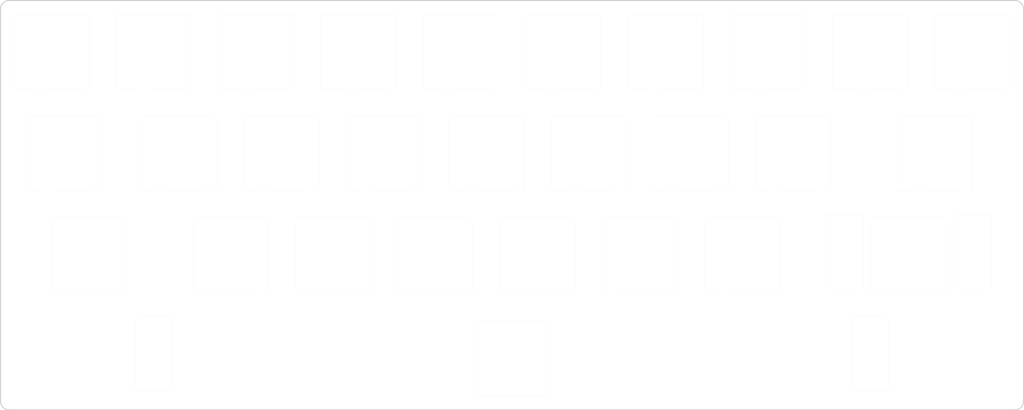
<source format=kicad_pcb>
(kicad_pcb (version 20211014) (generator pcbnew)
  (title_block (title "Sketchy Sketchy PCB") (date "2022-02-04") (rev "1") (company "dcpedit"))
  (layers (0 "F.Cu" signal) (31 "B.Cu" signal) (34 "B.Paste" user) (35 "F.Paste" user) (36 "B.SilkS" user "B.Silkscreen") (37 "F.SilkS" user "F.Silkscreen") (38 "B.Mask" user) (39 "F.Mask" user) (44 "Edge.Cuts" user))
  (net 0 "")
  (footprint "acheron_MX_PlateSlots:MX175" (layer "F.Cu") (at 236.5375 68.2625)
    (fp_text reference "REF**")
    (fp_text value "MX175")
    (fp_line (start -7 -6.5) (end -7 6.490924) (layer "Edge.Cuts") (width 0.010007))
    (fp_line (start -6.5 -7) (end 6.5 -7) (layer "Edge.Cuts") (width 0.010007))
    (fp_line (start -6.5 6.990924) (end 6.5 7) (layer "Edge.Cuts") (width 0.010007))
    (fp_line (start 7 -6.5) (end 7 6.5) (layer "Edge.Cuts") (width 0.010007))
    (fp_arc (start 6.5 -7) (mid 6.853553 -6.853553) (end 7 -6.5) (layer "Edge.Cuts") (width 0.010007))
    (fp_arc (start -7 -6.5) (mid -6.853553 -6.853553) (end -6.5 -7) (layer "Edge.Cuts") (width 0.010007))
    (fp_arc (start -6.5 6.990924) (mid -6.853553 6.844477) (end -7 6.490924) (layer "Edge.Cuts") (width 0.010007))
    (fp_arc (start 7 6.5) (mid 6.853553 6.853553) (end 6.5 7) (layer "Edge.Cuts") (width 0.010007))
  )
  (footprint "acheron_MX_PlateSlots:MX125" (layer "F.Cu") (at 74.6125 68.2625)
    (fp_text reference "REF**")
    (fp_text value "MX125")
    (fp_line (start -6.5 -7) (end 6.5 -7) (layer "Edge.Cuts") (width 0.010007))
    (fp_line (start -7 -6.5) (end -7 6.490924) (layer "Edge.Cuts") (width 0.010007))
    (fp_line (start -6.5 6.990924) (end 6.5 7) (layer "Edge.Cuts") (width 0.010007))
    (fp_line (start 7 -6.5) (end 7 6.5) (layer "Edge.Cuts") (width 0.010007))
    (fp_arc (start -6.5 6.990924) (mid -6.853553 6.844477) (end -7 6.490924) (layer "Edge.Cuts") (width 0.010007))
    (fp_arc (start 7 6.5) (mid 6.853553 6.853553) (end 6.5 7) (layer "Edge.Cuts") (width 0.010007))
    (fp_arc (start -7 -6.5) (mid -6.853553 -6.853553) (end -6.5 -7) (layer "Edge.Cuts") (width 0.010007))
    (fp_arc (start 6.5 -7) (mid 6.853553 -6.853553) (end 7 -6.5) (layer "Edge.Cuts") (width 0.010007))
  )
  (footprint "acheron_MX_PlateSlots:MX100" (layer "F.Cu") (at 210.34375 68.2625)
    (fp_text reference "REF**")
    (fp_text value "MX100")
    (fp_line (start -6.5 -7) (end 6.5 -7) (layer "Edge.Cuts") (width 0.010007))
    (fp_line (start 7 -6.5) (end 7 6.5) (layer "Edge.Cuts") (width 0.010007))
    (fp_line (start -7 -6.5) (end -7 6.490924) (layer "Edge.Cuts") (width 0.010007))
    (fp_line (start -6.5 6.990924) (end 6.5 7) (layer "Edge.Cuts") (width 0.010007))
    (fp_arc (start 7 6.5) (mid 6.853553 6.853553) (end 6.5 7) (layer "Edge.Cuts") (width 0.010007))
    (fp_arc (start 6.5 -7) (mid 6.853553 -6.853553) (end 7 -6.5) (layer "Edge.Cuts") (width 0.010007))
    (fp_arc (start -6.5 6.990924) (mid -6.853553 6.844477) (end -7 6.490924) (layer "Edge.Cuts") (width 0.010007))
    (fp_arc (start -7 -6.5) (mid -6.853553 -6.853553) (end -6.5 -7) (layer "Edge.Cuts") (width 0.010007))
  )
  (footprint "acheron_MX_PlateSlots:MX100" (layer "F.Cu") (at 172.24375 68.2625)
    (fp_text reference "REF**")
    (fp_text value "MX100")
    (fp_line (start -6.5 6.990924) (end 6.5 7) (layer "Edge.Cuts") (width 0.010007))
    (fp_line (start 7 -6.5) (end 7 6.5) (layer "Edge.Cuts") (width 0.010007))
    (fp_line (start -7 -6.5) (end -7 6.490924) (layer "Edge.Cuts") (width 0.010007))
    (fp_line (start -6.5 -7) (end 6.5 -7) (layer "Edge.Cuts") (width 0.010007))
    (fp_arc (start -7 -6.5) (mid -6.853553 -6.853553) (end -6.5 -7) (layer "Edge.Cuts") (width 0.010007))
    (fp_arc (start 7 6.5) (mid 6.853553 6.853553) (end 6.5 7) (layer "Edge.Cuts") (width 0.010007))
    (fp_arc (start -6.5 6.990924) (mid -6.853553 6.844477) (end -7 6.490924) (layer "Edge.Cuts") (width 0.010007))
    (fp_arc (start 6.5 -7) (mid 6.853553 -6.853553) (end 7 -6.5) (layer "Edge.Cuts") (width 0.010007))
  )
  (footprint "acheron_MX_PlateSlots:MX100" (layer "F.Cu") (at 153.19375 68.2625)
    (fp_text reference "REF**")
    (fp_text value "MX100")
    (fp_line (start 7 -6.5) (end 7 6.5) (layer "Edge.Cuts") (width 0.010007))
    (fp_line (start -6.5 6.990924) (end 6.5 7) (layer "Edge.Cuts") (width 0.010007))
    (fp_line (start -7 -6.5) (end -7 6.490924) (layer "Edge.Cuts") (width 0.010007))
    (fp_line (start -6.5 -7) (end 6.5 -7) (layer "Edge.Cuts") (width 0.010007))
    (fp_arc (start -6.5 6.990924) (mid -6.853553 6.844477) (end -7 6.490924) (layer "Edge.Cuts") (width 0.010007))
    (fp_arc (start -7 -6.5) (mid -6.853553 -6.853553) (end -6.5 -7) (layer "Edge.Cuts") (width 0.010007))
    (fp_arc (start 6.5 -7) (mid 6.853553 -6.853553) (end 7 -6.5) (layer "Edge.Cuts") (width 0.010007))
    (fp_arc (start 7 6.5) (mid 6.853553 6.853553) (end 6.5 7) (layer "Edge.Cuts") (width 0.010007))
  )
  (footprint "acheron_MX_PlateSlots:MX100" (layer "F.Cu") (at 115.09375 68.2625)
    (fp_text reference "REF**")
    (fp_text value "MX100")
    (fp_line (start -6.5 -7) (end 6.5 -7) (layer "Edge.Cuts") (width 0.010007))
    (fp_line (start 7 -6.5) (end 7 6.5) (layer "Edge.Cuts") (width 0.010007))
    (fp_line (start -7 -6.5) (end -7 6.490924) (layer "Edge.Cuts") (width 0.010007))
    (fp_line (start -6.5 6.990924) (end 6.5 7) (layer "Edge.Cuts") (width 0.010007))
    (fp_arc (start 7 6.5) (mid 6.853553 6.853553) (end 6.5 7) (layer "Edge.Cuts") (width 0.010007))
    (fp_arc (start 6.5 -7) (mid 6.853553 -6.853553) (end 7 -6.5) (layer "Edge.Cuts") (width 0.010007))
    (fp_arc (start -6.5 6.990924) (mid -6.853553 6.844477) (end -7 6.490924) (layer "Edge.Cuts") (width 0.010007))
    (fp_arc (start -7 -6.5) (mid -6.853553 -6.853553) (end -6.5 -7) (layer "Edge.Cuts") (width 0.010007))
  )
  (footprint "acheron_MX_PlateSlots:MX100" (layer "F.Cu") (at 191.29375 68.2625)
    (fp_text reference "REF**")
    (fp_text value "MX100")
    (fp_line (start -7 -6.5) (end -7 6.490924) (layer "Edge.Cuts") (width 0.010007))
    (fp_line (start 7 -6.5) (end 7 6.5) (layer "Edge.Cuts") (width 0.010007))
    (fp_line (start -6.5 -7) (end 6.5 -7) (layer "Edge.Cuts") (width 0.010007))
    (fp_line (start -6.5 6.990924) (end 6.5 7) (layer "Edge.Cuts") (width 0.010007))
    (fp_arc (start 7 6.5) (mid 6.853553 6.853553) (end 6.5 7) (layer "Edge.Cuts") (width 0.010007))
    (fp_arc (start -6.5 6.990924) (mid -6.853553 6.844477) (end -7 6.490924) (layer "Edge.Cuts") (width 0.010007))
    (fp_arc (start 6.5 -7) (mid 6.853553 -6.853553) (end 7 -6.5) (layer "Edge.Cuts") (width 0.010007))
    (fp_arc (start -7 -6.5) (mid -6.853553 -6.853553) (end -6.5 -7) (layer "Edge.Cuts") (width 0.010007))
  )
  (footprint "acheron_MX_PlateSlots:MX100" (layer "F.Cu") (at 124.61875 87.3125)
    (fp_text reference "REF**")
    (fp_text value "MX100")
    (fp_line (start -6.5 -7) (end 6.5 -7) (layer "Edge.Cuts") (width 0.010007))
    (fp_line (start 7 -6.5) (end 7 6.5) (layer "Edge.Cuts") (width 0.010007))
    (fp_line (start -7 -6.5) (end -7 6.490924) (layer "Edge.Cuts") (width 0.010007))
    (fp_line (start -6.5 6.990924) (end 6.5 7) (layer "Edge.Cuts") (width 0.010007))
    (fp_arc (start 7 6.5) (mid 6.853553 6.853553) (end 6.5 7) (layer "Edge.Cuts") (width 0.010007))
    (fp_arc (start 6.5 -7) (mid 6.853553 -6.853553) (end 7 -6.5) (layer "Edge.Cuts") (width 0.010007))
    (fp_arc (start -6.5 6.990924) (mid -6.853553 6.844477) (end -7 6.490924) (layer "Edge.Cuts") (width 0.010007))
    (fp_arc (start -7 -6.5) (mid -6.853553 -6.853553) (end -6.5 -7) (layer "Edge.Cuts") (width 0.010007))
  )
  (footprint "acheron_MX_PlateSlots:MX1000_reverse" (layer "F.Cu") (at 157.95625 106.3625)
    (fp_text reference "REF**")
    (fp_text value "MX700_R")
    (fp_line (start -70.175 -7.5) (end -70.175 5.5) (layer "Edge.Cuts") (width 0.010007))
    (fp_line (start -7 -6.5) (end -7 6.5) (layer "Edge.Cuts") (width 0.010007))
    (fp_line (start -69.675 6) (end -63.675 6) (layer "Edge.Cuts") (width 0.010007))
    (fp_line (start -6.5 7) (end 6.5 7) (layer "Edge.Cuts") (width 0.010007))
    (fp_line (start 63.675 6) (end 69.675 6) (layer "Edge.Cuts") (width 0.010007))
    (fp_line (start 6.999672 -6.499992) (end 6.999672 6.500007) (layer "Edge.Cuts") (width 0.010007))
    (fp_line (start -69.675 -8) (end -63.675 -8) (layer "Edge.Cuts") (width 0.010007))
    (fp_line (start -63.175 -7.5) (end -63.175 5.5) (layer "Edge.Cuts") (width 0.010007))
    (fp_line (start 63.675 -8) (end 69.675 -8) (layer "Edge.Cuts") (width 0.010007))
    (fp_line (start 70.175 -7.5) (end 70.175 5.5) (layer "Edge.Cuts") (width 0.010007))
    (fp_line (start 63.175 -7.5) (end 63.175 5.5) (layer "Edge.Cuts") (width 0.010007))
    (fp_line (start -6.5 -7) (end 6.5 -7) (layer "Edge.Cuts") (width 0.010007))
    (fp_arc (start -69.675 6) (mid -70.028553 5.853553) (end -70.175 5.5) (layer "Edge.Cuts") (width 0.010007))
    (fp_arc (start 6.5 -7) (mid 6.853553 -6.853553) (end 7 -6.5) (layer "Edge.Cuts") (width 0.010007))
    (fp_arc (start 70.175 5.5) (mid 70.028553 5.853553) (end 69.675 6) (layer "Edge.Cuts") (width 0.010007))
    (fp_arc (start 69.675 -8) (mid 70.028553 -7.853553) (end 70.175 -7.5) (layer "Edge.Cuts") (width 0.010007))
    (fp_arc (start -6.5 7) (mid -6.853553 6.853553) (end -7 6.5) (layer "Edge.Cuts") (width 0.010007))
    (fp_arc (start 63.675 6) (mid 63.321447 5.853553) (end 63.175 5.5) (layer "Edge.Cuts") (width 0.010007))
    (fp_arc (start -70.175 -7.5) (mid -70.028553 -7.853553) (end -69.675 -8) (layer "Edge.Cuts") (width 0.010007))
    (fp_arc (start 6.999672 6.500007) (mid 6.853225 6.85356) (end 6.499672 7.000007) (layer "Edge.Cuts") (width 0.010007))
    (fp_arc (start -7 -6.5) (mid -6.853553 -6.853553) (end -6.5 -7) (layer "Edge.Cuts") (width 0.010007))
    (fp_arc (start -63.675 -8) (mid -63.321447 -7.853553) (end -63.175 -7.5) (layer "Edge.Cuts") (width 0.010007))
    (fp_arc (start 63.175 -7.5) (mid 63.321447 -7.853553) (end 63.675 -8) (layer "Edge.Cuts") (width 0.010007))
    (fp_arc (start -63.175 5.5) (mid -63.321447 5.853553) (end -63.675 6) (layer "Edge.Cuts") (width 0.010007))
  )
  (footprint "acheron_MX_PlateSlots:MX225_reverse" (layer "F.Cu") (at 231.775 87.3125)
    (fp_text reference "REF**")
    (fp_text value "MX225_R")
    (fp_line (start -14.90625 6) (end -8.90625 6) (layer "Edge.Cuts") (width 0.010007))
    (fp_line (start -14.90625 -8) (end -8.90625 -8) (layer "Edge.Cuts") (width 0.010007))
    (fp_line (start 8.90625 6) (end 14.90625 6) (layer "Edge.Cuts") (width 0.010007))
    (fp_line (start -15.40625 -7.5) (end -15.40625 5.5) (layer "Edge.Cuts") (width 0.010007))
    (fp_line (start 15.40625 -7.5) (end 15.40625 5.5) (layer "Edge.Cuts") (width 0.010007))
    (fp_line (start -8.40625 -7.5) (end -8.40625 5.5) (layer "Edge.Cuts") (width 0.010007))
    (fp_line (start -6.5 7) (end 6.5 7) (layer "Edge.Cuts") (width 0.010007))
    (fp_line (start 6.999672 -6.499992) (end 6.999672 6.500007) (layer "Edge.Cuts") (width 0.010007))
    (fp_line (start 8.90625 -8) (end 14.90625 -8) (layer "Edge.Cuts") (width 0.010007))
    (fp_line (start -7 -6.5) (end -7 6.5) (layer "Edge.Cuts") (width 0.010007))
    (fp_line (start 8.40625 -7.5) (end 8.40625 5.5) (layer "Edge.Cuts") (width 0.010007))
    (fp_line (start -6.5 -7) (end 6.5 -7) (layer "Edge.Cuts") (width 0.010007))
    (fp_arc (start -8.90625 -8) (mid -8.552697 -7.853553) (end -8.40625 -7.5) (layer "Edge.Cuts") (width 0.010007))
    (fp_arc (start -8.40625 5.5) (mid -8.552697 5.853553) (end -8.90625 6) (layer "Edge.Cuts") (width 0.010007))
    (fp_arc (start 14.90625 -8) (mid 15.259803 -7.853553) (end 15.40625 -7.5) (layer "Edge.Cuts") (width 0.010007))
    (fp_arc (start 6.999672 6.500007) (mid 6.853225 6.85356) (end 6.499672 7.000007) (layer "Edge.Cuts") (width 0.010007))
    (fp_arc (start -7 -6.5) (mid -6.853553 -6.853553) (end -6.5 -7) (layer "Edge.Cuts") (width 0.010007))
    (fp_arc (start -6.5 7) (mid -6.853553 6.853553) (end -7 6.5) (layer "Edge.Cuts") (width 0.010007))
    (fp_arc (start 6.5 -7) (mid 6.853553 -6.853553) (end 7 -6.5) (layer "Edge.Cuts") (width 0.010007))
    (fp_arc (start 15.40625 5.5) (mid 15.259803 5.853553) (end 14.90625 6) (layer "Edge.Cuts") (width 0.010007))
    (fp_arc (start 8.90625 6) (mid 8.552697 5.853553) (end 8.40625 5.5) (layer "Edge.Cuts") (width 0.010007))
    (fp_arc (start -15.40625 -7.5) (mid -15.259803 -7.853553) (end -14.90625 -8) (layer "Edge.Cuts") (width 0.010007))
    (fp_arc (start 8.40625 -7.5) (mid 8.552697 -7.853553) (end 8.90625 -8) (layer "Edge.Cuts") (width 0.010007))
    (fp_arc (start -14.90625 6) (mid -15.259803 5.853553) (end -15.40625 5.5) (layer "Edge.Cuts") (width 0.010007))
  )
  (footprint "acheron_MX_PlateSlots:MX100" (layer "F.Cu") (at 181.76875 87.3125)
    (fp_text reference "REF**")
    (fp_text value "MX100")
    (fp_line (start -6.5 6.990924) (end 6.5 7) (layer "Edge.Cuts") (width 0.010007))
    (fp_line (start 7 -6.5) (end 7 6.5) (layer "Edge.Cuts") (width 0.010007))
    (fp_line (start -7 -6.5) (end -7 6.490924) (layer "Edge.Cuts") (width 0.010007))
    (fp_line (start -6.5 -7) (end 6.5 -7) (layer "Edge.Cuts") (width 0.010007))
    (fp_arc (start -7 -6.5) (mid -6.853553 -6.853553) (end -6.5 -7) (layer "Edge.Cuts") (width 0.010007))
    (fp_arc (start 7 6.5) (mid 6.853553 6.853553) (end 6.5 7) (layer "Edge.Cuts") (width 0.010007))
    (fp_arc (start -6.5 6.990924) (mid -6.853553 6.844477) (end -7 6.490924) (layer "Edge.Cuts") (width 0.010007))
    (fp_arc (start 6.5 -7) (mid 6.853553 -6.853553) (end 7 -6.5) (layer "Edge.Cuts") (width 0.010007))
  )
  (footprint "acheron_MX_PlateSlots:MX100" (layer "F.Cu") (at 205.58125 49.2125)
    (fp_text reference "REF**")
    (fp_text value "MX100")
    (fp_line (start -7 -6.5) (end -7 6.490924) (layer "Edge.Cuts") (width 0.010007))
    (fp_line (start 7 -6.5) (end 7 6.5) (layer "Edge.Cuts") (width 0.010007))
    (fp_line (start -6.5 -7) (end 6.5 -7) (layer "Edge.Cuts") (width 0.010007))
    (fp_line (start -6.5 6.990924) (end 6.5 7) (layer "Edge.Cuts") (width 0.010007))
    (fp_arc (start 7 6.5) (mid 6.853553 6.853553) (end 6.5 7) (layer "Edge.Cuts") (width 0.010007))
    (fp_arc (start -6.5 6.990924) (mid -6.853553 6.844477) (end -7 6.490924) (layer "Edge.Cuts") (width 0.010007))
    (fp_arc (start 6.5 -7) (mid 6.853553 -6.853553) (end 7 -6.5) (layer "Edge.Cuts") (width 0.010007))
    (fp_arc (start -7 -6.5) (mid -6.853553 -6.853553) (end -6.5 -7) (layer "Edge.Cuts") (width 0.010007))
  )
  (footprint "acheron_MX_PlateSlots:MX175" (layer "F.Cu") (at 79.375 87.3125)
    (fp_text reference "REF**")
    (fp_text value "MX175")
    (fp_line (start -6.5 -7) (end 6.5 -7) (layer "Edge.Cuts") (width 0.010007))
    (fp_line (start 7 -6.5) (end 7 6.5) (layer "Edge.Cuts") (width 0.010007))
    (fp_line (start -7 -6.5) (end -7 6.490924) (layer "Edge.Cuts") (width 0.010007))
    (fp_line (start -6.5 6.990924) (end 6.5 7) (layer "Edge.Cuts") (width 0.010007))
    (fp_arc (start 7 6.5) (mid 6.853553 6.853553) (end 6.5 7) (layer "Edge.Cuts") (width 0.010007))
    (fp_arc (start 6.5 -7) (mid 6.853553 -6.853553) (end 7 -6.5) (layer "Edge.Cuts") (width 0.010007))
    (fp_arc (start -6.5 6.990924) (mid -6.853553 6.844477) (end -7 6.490924) (layer "Edge.Cuts") (width 0.010007))
    (fp_arc (start -7 -6.5) (mid -6.853553 -6.853553) (end -6.5 -7) (layer "Edge.Cuts") (width 0.010007))
  )
  (footprint "acheron_MX_PlateSlots:MX100" (layer "F.Cu") (at 162.71875 87.3125)
    (fp_text reference "REF**")
    (fp_text value "MX100")
    (fp_line (start 7 -6.5) (end 7 6.5) (layer "Edge.Cuts") (width 0.010007))
    (fp_line (start -6.5 6.990924) (end 6.5 7) (layer "Edge.Cuts") (width 0.010007))
    (fp_line (start -7 -6.5) (end -7 6.490924) (layer "Edge.Cuts") (width 0.010007))
    (fp_line (start -6.5 -7) (end 6.5 -7) (layer "Edge.Cuts") (width 0.010007))
    (fp_arc (start -6.5 6.990924) (mid -6.853553 6.844477) (end -7 6.490924) (layer "Edge.Cuts") (width 0.010007))
    (fp_arc (start -7 -6.5) (mid -6.853553 -6.853553) (end -6.5 -7) (layer "Edge.Cuts") (width 0.010007))
    (fp_arc (start 6.5 -7) (mid 6.853553 -6.853553) (end 7 -6.5) (layer "Edge.Cuts") (width 0.010007))
    (fp_arc (start 7 6.5) (mid 6.853553 6.853553) (end 6.5 7) (layer "Edge.Cuts") (width 0.010007))
  )
  (footprint "acheron_MX_PlateSlots:MX100" (layer "F.Cu") (at 167.48125 49.2125)
    (fp_text reference "REF**")
    (fp_text value "MX100")
    (fp_line (start 7 -6.5) (end 7 6.5) (layer "Edge.Cuts") (width 0.010007))
    (fp_line (start -6.5 6.990924) (end 6.5 7) (layer "Edge.Cuts") (width 0.010007))
    (fp_line (start -7 -6.5) (end -7 6.490924) (layer "Edge.Cuts") (width 0.010007))
    (fp_line (start -6.5 -7) (end 6.5 -7) (layer "Edge.Cuts") (width 0.010007))
    (fp_arc (start -6.5 6.990924) (mid -6.853553 6.844477) (end -7 6.490924) (layer "Edge.Cuts") (width 0.010007))
    (fp_arc (start -7 -6.5) (mid -6.853553 -6.853553) (end -6.5 -7) (layer "Edge.Cuts") (width 0.010007))
    (fp_arc (start 6.5 -7) (mid 6.853553 -6.853553) (end 7 -6.5) (layer "Edge.Cuts") (width 0.010007))
    (fp_arc (start 7 6.5) (mid 6.853553 6.853553) (end 6.5 7) (layer "Edge.Cuts") (width 0.010007))
  )
  (footprint "acheron_MX_PlateSlots:MX100" (layer "F.Cu") (at 129.38125 49.2125)
    (fp_text reference "REF**")
    (fp_text value "MX100")
    (fp_line (start -6.5 -7) (end 6.5 -7) (layer "Edge.Cuts") (width 0.010007))
    (fp_line (start 7 -6.5) (end 7 6.5) (layer "Edge.Cuts") (width 0.010007))
    (fp_line (start -7 -6.5) (end -7 6.490924) (layer "Edge.Cuts") (width 0.010007))
    (fp_line (start -6.5 6.990924) (end 6.5 7) (layer "Edge.Cuts") (width 0.010007))
    (fp_arc (start 7 6.5) (mid 6.853553 6.853553) (end 6.5 7) (layer "Edge.Cuts") (width 0.010007))
    (fp_arc (start 6.5 -7) (mid 6.853553 -6.853553) (end 7 -6.5) (layer "Edge.Cuts") (width 0.010007))
    (fp_arc (start -6.5 6.990924) (mid -6.853553 6.844477) (end -7 6.490924) (layer "Edge.Cuts") (width 0.010007))
    (fp_arc (start -7 -6.5) (mid -6.853553 -6.853553) (end -6.5 -7) (layer "Edge.Cuts") (width 0.010007))
  )
  (footprint "acheron_MX_PlateSlots:MX100" (layer "F.Cu") (at 91.28125 49.2125)
    (fp_text reference "REF**")
    (fp_text value "MX100")
    (fp_line (start -6.5 6.990924) (end 6.5 7) (layer "Edge.Cuts") (width 0.010007))
    (fp_line (start 7 -6.5) (end 7 6.5) (layer "Edge.Cuts") (width 0.010007))
    (fp_line (start -7 -6.5) (end -7 6.490924) (layer "Edge.Cuts") (width 0.010007))
    (fp_line (start -6.5 -7) (end 6.5 -7) (layer "Edge.Cuts") (width 0.010007))
    (fp_arc (start -7 -6.5) (mid -6.853553 -6.853553) (end -6.5 -7) (layer "Edge.Cuts") (width 0.010007))
    (fp_arc (start 7 6.5) (mid 6.853553 6.853553) (end 6.5 7) (layer "Edge.Cuts") (width 0.010007))
    (fp_arc (start -6.5 6.990924) (mid -6.853553 6.844477) (end -7 6.490924) (layer "Edge.Cuts") (width 0.010007))
    (fp_arc (start 6.5 -7) (mid 6.853553 -6.853553) (end 7 -6.5) (layer "Edge.Cuts") (width 0.010007))
  )
  (footprint "acheron_MX_PlateSlots:MX100" (layer "F.Cu") (at 134.14375 68.2625)
    (fp_text reference "REF**")
    (fp_text value "MX100")
    (fp_line (start -6.5 -7) (end 6.5 -7) (layer "Edge.Cuts") (width 0.010007))
    (fp_line (start -6.5 6.990924) (end 6.5 7) (layer "Edge.Cuts") (width 0.010007))
    (fp_line (start 7 -6.5) (end 7 6.5) (layer "Edge.Cuts") (width 0.010007))
    (fp_line (start -7 -6.5) (end -7 6.490924) (layer "Edge.Cuts") (width 0.010007))
    (fp_arc (start 7 6.5) (mid 6.853553 6.853553) (end 6.5 7) (layer "Edge.Cuts") (width 0.010007))
    (fp_arc (start 6.5 -7) (mid 6.853553 -6.853553) (end 7 -6.5) (layer "Edge.Cuts") (width 0.010007))
    (fp_arc (start -7 -6.5) (mid -6.853553 -6.853553) (end -6.5 -7) (layer "Edge.Cuts") (width 0.010007))
    (fp_arc (start -6.5 6.990924) (mid -6.853553 6.844477) (end -7 6.490924) (layer "Edge.Cuts") (width 0.010007))
  )
  (footprint "acheron_MX_PlateSlots:MX100" (layer "F.Cu") (at 148.43125 49.2125)
    (fp_text reference "REF**")
    (fp_text value "MX100")
    (fp_line (start -6.5 -7) (end 6.5 -7) (layer "Edge.Cuts") (width 0.010007))
    (fp_line (start -6.5 6.990924) (end 6.5 7) (layer "Edge.Cuts") (width 0.010007))
    (fp_line (start 7 -6.5) (end 7 6.5) (layer "Edge.Cuts") (width 0.010007))
    (fp_line (start -7 -6.5) (end -7 6.490924) (layer "Edge.Cuts") (width 0.010007))
    (fp_arc (start 7 6.5) (mid 6.853553 6.853553) (end 6.5 7) (layer "Edge.Cuts") (width 0.010007))
    (fp_arc (start 6.5 -7) (mid 6.853553 -6.853553) (end 7 -6.5) (layer "Edge.Cuts") (width 0.010007))
    (fp_arc (start -7 -6.5) (mid -6.853553 -6.853553) (end -6.5 -7) (layer "Edge.Cuts") (width 0.010007))
    (fp_arc (start -6.5 6.990924) (mid -6.853553 6.844477) (end -7 6.490924) (layer "Edge.Cuts") (width 0.010007))
  )
  (footprint "acheron_MX_PlateSlots:MX100" (layer "F.Cu") (at 186.53125 49.2125)
    (fp_text reference "REF**")
    (fp_text value "MX100")
    (fp_line (start -6.5 6.990924) (end 6.5 7) (layer "Edge.Cuts") (width 0.010007))
    (fp_line (start 7 -6.5) (end 7 6.5) (layer "Edge.Cuts") (width 0.010007))
    (fp_line (start -7 -6.5) (end -7 6.490924) (layer "Edge.Cuts") (width 0.010007))
    (fp_line (start -6.5 -7) (end 6.5 -7) (layer "Edge.Cuts") (width 0.010007))
    (fp_arc (start -7 -6.5) (mid -6.853553 -6.853553) (end -6.5 -7) (layer "Edge.Cuts") (width 0.010007))
    (fp_arc (start 7 6.5) (mid 6.853553 6.853553) (end 6.5 7) (layer "Edge.Cuts") (width 0.010007))
    (fp_arc (start -6.5 6.990924) (mid -6.853553 6.844477) (end -7 6.490924) (layer "Edge.Cuts") (width 0.010007))
    (fp_arc (start 6.5 -7) (mid 6.853553 -6.853553) (end 7 -6.5) (layer "Edge.Cuts") (width 0.010007))
  )
  (footprint "acheron_MX_PlateSlots:MX100" (layer "F.Cu") (at 200.81875 87.3125)
    (fp_text reference "REF**")
    (fp_text value "MX100")
    (fp_line (start -7 -6.5) (end -7 6.490924) (layer "Edge.Cuts") (width 0.010007))
    (fp_line (start 7 -6.5) (end 7 6.5) (layer "Edge.Cuts") (width 0.010007))
    (fp_line (start -6.5 -7) (end 6.5 -7) (layer "Edge.Cuts") (width 0.010007))
    (fp_line (start -6.5 6.990924) (end 6.5 7) (layer "Edge.Cuts") (width 0.010007))
    (fp_arc (start 7 6.5) (mid 6.853553 6.853553) (end 6.5 7) (layer "Edge.Cuts") (width 0.010007))
    (fp_arc (start -6.5 6.990924) (mid -6.853553 6.844477) (end -7 6.490924) (layer "Edge.Cuts") (width 0.010007))
    (fp_arc (start 6.5 -7) (mid 6.853553 -6.853553) (end 7 -6.5) (layer "Edge.Cuts") (width 0.010007))
    (fp_arc (start -7 -6.5) (mid -6.853553 -6.853553) (end -6.5 -7) (layer "Edge.Cuts") (width 0.010007))
  )
  (footprint "acheron_MX_PlateSlots:MX100" (layer "F.Cu") (at 105.56875 87.3125)
    (fp_text reference "REF**")
    (fp_text value "MX100")
    (fp_line (start -7 -6.5) (end -7 6.490924) (layer "Edge.Cuts") (width 0.010007))
    (fp_line (start 7 -6.5) (end 7 6.5) (layer "Edge.Cuts") (width 0.010007))
    (fp_line (start -6.5 -7) (end 6.5 -7) (layer "Edge.Cuts") (width 0.010007))
    (fp_line (start -6.5 6.990924) (end 6.5 7) (layer "Edge.Cuts") (width 0.010007))
    (fp_arc (start 7 6.5) (mid 6.853553 6.853553) (end 6.5 7) (layer "Edge.Cuts") (width 0.010007))
    (fp_arc (start -6.5 6.990924) (mid -6.853553 6.844477) (end -7 6.490924) (layer "Edge.Cuts") (width 0.010007))
    (fp_arc (start 6.5 -7) (mid 6.853553 -6.853553) (end 7 -6.5) (layer "Edge.Cuts") (width 0.010007))
    (fp_arc (start -7 -6.5) (mid -6.853553 -6.853553) (end -6.5 -7) (layer "Edge.Cuts") (width 0.010007))
  )
  (footprint "acheron_MX_PlateSlots:MX100" (layer "F.Cu") (at 143.66875 87.3125)
    (fp_text reference "REF**")
    (fp_text value "MX100")
    (fp_line (start -6.5 -7) (end 6.5 -7) (layer "Edge.Cuts") (width 0.010007))
    (fp_line (start -6.5 6.990924) (end 6.5 7) (layer "Edge.Cuts") (width 0.010007))
    (fp_line (start 7 -6.5) (end 7 6.5) (layer "Edge.Cuts") (width 0.010007))
    (fp_line (start -7 -6.5) (end -7 6.490924) (layer "Edge.Cuts") (width 0.010007))
    (fp_arc (start 7 6.5) (mid 6.853553 6.853553) (end 6.5 7) (layer "Edge.Cuts") (width 0.010007))
    (fp_arc (start 6.5 -7) (mid 6.853553 -6.853553) (end 7 -6.5) (layer "Edge.Cuts") (width 0.010007))
    (fp_arc (start -7 -6.5) (mid -6.853553 -6.853553) (end -6.5 -7) (layer "Edge.Cuts") (width 0.010007))
    (fp_arc (start -6.5 6.990924) (mid -6.853553 6.844477) (end -7 6.490924) (layer "Edge.Cuts") (width 0.010007))
  )
  (footprint "acheron_MX_PlateSlots:MX100" (layer "F.Cu") (at 110.33125 49.2125)
    (fp_text reference "REF**")
    (fp_text value "MX100")
    (fp_line (start -7 -6.5) (end -7 6.490924) (layer "Edge.Cuts") (width 0.010007))
    (fp_line (start 7 -6.5) (end 7 6.5) (layer "Edge.Cuts") (width 0.010007))
    (fp_line (start -6.5 -7) (end 6.5 -7) (layer "Edge.Cuts") (width 0.010007))
    (fp_line (start -6.5 6.990924) (end 6.5 7) (layer "Edge.Cuts") (width 0.010007))
    (fp_arc (start 7 6.5) (mid 6.853553 6.853553) (end 6.5 7) (layer "Edge.Cuts") (width 0.010007))
    (fp_arc (start -6.5 6.990924) (mid -6.853553 6.844477) (end -7 6.490924) (layer "Edge.Cuts") (width 0.010007))
    (fp_arc (start 6.5 -7) (mid 6.853553 -6.853553) (end 7 -6.5) (layer "Edge.Cuts") (width 0.010007))
    (fp_arc (start -7 -6.5) (mid -6.853553 -6.853553) (end -6.5 -7) (layer "Edge.Cuts") (width 0.010007))
  )
  (footprint "acheron_MX_PlateSlots:MX100" (layer "F.Cu") (at 72.23125 49.2125)
    (fp_text reference "REF**")
    (fp_text value "MX100")
    (fp_line (start 7 -6.5) (end 7 6.5) (layer "Edge.Cuts") (width 0.010007))
    (fp_line (start -6.5 6.990924) (end 6.5 7) (layer "Edge.Cuts") (width 0.010007))
    (fp_line (start -7 -6.5) (end -7 6.490924) (layer "Edge.Cuts") (width 0.010007))
    (fp_line (start -6.5 -7) (end 6.5 -7) (layer "Edge.Cuts") (width 0.010007))
    (fp_arc (start -6.5 6.990924) (mid -6.853553 6.844477) (end -7 6.490924) (layer "Edge.Cuts") (width 0.010007))
    (fp_arc (start -7 -6.5) (mid -6.853553 -6.853553) (end -6.5 -7) (layer "Edge.Cuts") (width 0.010007))
    (fp_arc (start 6.5 -7) (mid 6.853553 -6.853553) (end 7 -6.5) (layer "Edge.Cuts") (width 0.010007))
    (fp_arc (start 7 6.5) (mid 6.853553 6.853553) (end 6.5 7) (layer "Edge.Cuts") (width 0.010007))
  )
  (footprint "acheron_MX_PlateSlots:MX100" (layer "F.Cu") (at 243.68125 49.2125)
    (fp_text reference "REF**")
    (fp_text value "MX100")
    (fp_line (start -6.5 -7) (end 6.5 -7) (layer "Edge.Cuts") (width 0.010007))
    (fp_line (start -6.5 6.990924) (end 6.5 7) (layer "Edge.Cuts") (width 0.010007))
    (fp_line (start 7 -6.5) (end 7 6.5) (layer "Edge.Cuts") (width 0.010007))
    (fp_line (start -7 -6.5) (end -7 6.490924) (layer "Edge.Cuts") (width 0.010007))
    (fp_arc (start 7 6.5) (mid 6.853553 6.853553) (end 6.5 7) (layer "Edge.Cuts") (width 0.010007))
    (fp_arc (start 6.5 -7) (mid 6.853553 -6.853553) (end 7 -6.5) (layer "Edge.Cuts") (width 0.010007))
    (fp_arc (start -7 -6.5) (mid -6.853553 -6.853553) (end -6.5 -7) (layer "Edge.Cuts") (width 0.010007))
    (fp_arc (start -6.5 6.990924) (mid -6.853553 6.844477) (end -7 6.490924) (layer "Edge.Cuts") (width 0.010007))
  )
  (footprint "acheron_MX_PlateSlots:MX100" (layer "F.Cu") (at 96.04375 68.2625)
    (fp_text reference "REF**")
    (fp_text value "MX100")
    (fp_line (start -7 -6.5) (end -7 6.490924) (layer "Edge.Cuts") (width 0.010007))
    (fp_line (start 7 -6.5) (end 7 6.5) (layer "Edge.Cuts") (width 0.010007))
    (fp_line (start -6.5 -7) (end 6.5 -7) (layer "Edge.Cuts") (width 0.010007))
    (fp_line (start -6.5 6.990924) (end 6.5 7) (layer "Edge.Cuts") (width 0.010007))
    (fp_arc (start 7 6.5) (mid 6.853553 6.853553) (end 6.5 7) (layer "Edge.Cuts") (width 0.010007))
    (fp_arc (start -6.5 6.990924) (mid -6.853553 6.844477) (end -7 6.490924) (layer "Edge.Cuts") (width 0.010007))
    (fp_arc (start 6.5 -7) (mid 6.853553 -6.853553) (end 7 -6.5) (layer "Edge.Cuts") (width 0.010007))
    (fp_arc (start -7 -6.5) (mid -6.853553 -6.853553) (end -6.5 -7) (layer "Edge.Cuts") (width 0.010007))
  )
  (footprint "acheron_MX_PlateSlots:MX100" (layer "F.Cu") (at 224.63125 49.2125)
    (fp_text reference "REF**")
    (fp_text value "MX100")
    (fp_line (start -6.5 -7) (end 6.5 -7) (layer "Edge.Cuts") (width 0.010007))
    (fp_line (start 7 -6.5) (end 7 6.5) (layer "Edge.Cuts") (width 0.010007))
    (fp_line (start -7 -6.5) (end -7 6.490924) (layer "Edge.Cuts") (width 0.010007))
    (fp_line (start -6.5 6.990924) (end 6.5 7) (layer "Edge.Cuts") (width 0.010007))
    (fp_arc (start 7 6.5) (mid 6.853553 6.853553) (end 6.5 7) (layer "Edge.Cuts") (width 0.010007))
    (fp_arc (start 6.5 -7) (mid 6.853553 -6.853553) (end 7 -6.5) (layer "Edge.Cuts") (width 0.010007))
    (fp_arc (start -6.5 6.990924) (mid -6.853553 6.844477) (end -7 6.490924) (layer "Edge.Cuts") (width 0.010007))
    (fp_arc (start -7 -6.5) (mid -6.853553 -6.853553) (end -6.5 -7) (layer "Edge.Cuts") (width 0.010007))
  )
  (gr_line (start 64.29375 115.8875) (end 251.61875 115.8875) (layer "Edge.Cuts") (width 0.2))
  (gr_line (start 253.20625 41.275) (end 253.20625 114.3) (layer "Edge.Cuts") (width 0.2))
  (gr_line (start 251.61875 39.6875) (end 64.29375 39.6875) (layer "Edge.Cuts") (width 0.2))
  (gr_line (start 62.70625 41.275) (end 62.70625 114.3) (layer "Edge.Cuts") (width 0.2))
  (gr_arc (start 253.20625 114.3) (mid 252.741282 115.422532) (end 251.61875 115.8875) (layer "Edge.Cuts") (width 0.2))
  (gr_arc (start 64.29375 115.8875) (mid 63.171218 115.422532) (end 62.70625 114.3) (layer "Edge.Cuts") (width 0.2))
  (gr_arc (start 62.70625 41.275) (mid 63.171218 40.152468) (end 64.29375 39.6875) (layer "Edge.Cuts") (width 0.2))
  (gr_arc (start 251.61875 39.6875) (mid 252.741282 40.152468) (end 253.20625 41.275) (layer "Edge.Cuts") (width 0.2))
)
</source>
